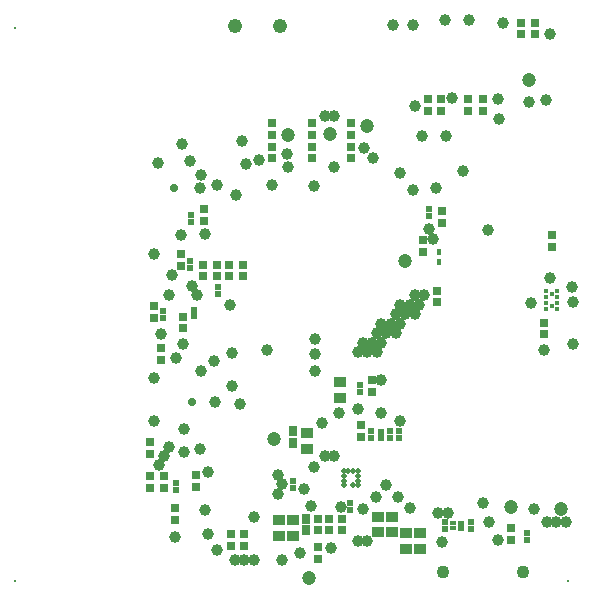
<source format=gbr>
%TF.GenerationSoftware,Altium Limited,Altium Designer,20.1.11 (218)*%
G04 Layer_Color=16711935*
%FSLAX45Y45*%
%MOMM*%
%TF.SameCoordinates,A720D921-2E1A-4B1E-B03F-C1F3B01285F1*%
%TF.FilePolarity,Negative*%
%TF.FileFunction,Soldermask,Bot*%
%TF.Part,Single*%
G01*
G75*
%TA.AperFunction,SMDPad,CuDef*%
%ADD91R,0.50320X0.47320*%
%ADD92R,1.00320X0.95320*%
%ADD93R,0.70320X0.80320*%
%ADD94C,1.20320*%
%ADD95R,0.60320X0.90320*%
%ADD96R,0.60320X0.45320*%
%TA.AperFunction,BGAPad,CuDef*%
%ADD97C,0.45320*%
%TA.AperFunction,SMDPad,CuDef*%
%ADD98R,0.75320X0.80320*%
%ADD99R,0.45320X0.56320*%
%ADD100R,0.70320X0.85320*%
%TA.AperFunction,ComponentPad*%
%ADD101C,1.10320*%
%TA.AperFunction,WasherPad*%
%ADD102C,0.10040*%
%ADD103C,0.20320*%
%TA.AperFunction,ComponentPad*%
%ADD104C,1.22320*%
%TA.AperFunction,ViaPad*%
%ADD105C,1.00320*%
%ADD106C,0.70320*%
%ADD107C,0.50320*%
%ADD108C,0.50400*%
D91*
X1669990Y2458490D02*
D03*
Y2401493D02*
D03*
X4489998Y568500D02*
D03*
Y511498D02*
D03*
X3170001Y1428502D02*
D03*
Y1371499D02*
D03*
X3410002Y1428501D02*
D03*
Y1371498D02*
D03*
X1520008Y931510D02*
D03*
Y988508D02*
D03*
X3800001Y601501D02*
D03*
Y658499D02*
D03*
X4019999Y658501D02*
D03*
Y601498D02*
D03*
X1880006Y2591507D02*
D03*
Y2648510D02*
D03*
X1640000Y2813003D02*
D03*
Y2870000D02*
D03*
X1409993Y2391495D02*
D03*
Y2448493D02*
D03*
X1650010Y3258510D02*
D03*
Y3201507D02*
D03*
X3660000Y3251501D02*
D03*
Y3308499D02*
D03*
X3329998Y1371503D02*
D03*
Y1428500D02*
D03*
X3259997Y1370003D02*
D03*
Y1427000D02*
D03*
X2509999Y1008501D02*
D03*
Y951498D02*
D03*
X2989999Y761498D02*
D03*
Y818501D02*
D03*
X3079999Y1761499D02*
D03*
Y1818502D02*
D03*
D92*
X3470001Y567502D02*
D03*
Y432501D02*
D03*
X3230001Y572501D02*
D03*
Y707502D02*
D03*
X2389998Y542498D02*
D03*
Y677499D02*
D03*
X3589998Y432502D02*
D03*
Y567503D02*
D03*
X3349999Y707499D02*
D03*
Y572498D02*
D03*
X2910001Y1712501D02*
D03*
Y1847502D02*
D03*
X2510002Y677500D02*
D03*
Y542499D02*
D03*
X2630000Y1417499D02*
D03*
Y1282498D02*
D03*
D93*
X1989998Y559999D02*
D03*
Y459999D02*
D03*
X4439999Y4789999D02*
D03*
Y4889999D02*
D03*
X4560002Y4789999D02*
D03*
Y4889999D02*
D03*
X4359998Y509999D02*
D03*
Y609999D02*
D03*
X4639999Y2349999D02*
D03*
Y2249999D02*
D03*
X1692502Y1059998D02*
D03*
Y959998D02*
D03*
X1560002Y2830000D02*
D03*
Y2929999D02*
D03*
X1390002Y2129999D02*
D03*
Y2029999D02*
D03*
X1749999Y2840000D02*
D03*
Y2740000D02*
D03*
X1869999Y2839998D02*
D03*
Y2739998D02*
D03*
X1329999Y2390001D02*
D03*
Y2490001D02*
D03*
X1760001Y3309999D02*
D03*
Y3209999D02*
D03*
X1970000Y2740000D02*
D03*
Y2840000D02*
D03*
X1300000Y1240000D02*
D03*
Y1340000D02*
D03*
X1419998Y1050002D02*
D03*
Y950002D02*
D03*
X1300000Y1049998D02*
D03*
Y949998D02*
D03*
X3729998Y2620000D02*
D03*
Y2520001D02*
D03*
X3610004Y3049999D02*
D03*
Y2949999D02*
D03*
X3770002Y3190002D02*
D03*
Y3290002D02*
D03*
X3650000Y4140000D02*
D03*
Y4240000D02*
D03*
X3759999Y4139999D02*
D03*
Y4239999D02*
D03*
X3989996Y4140000D02*
D03*
Y4240000D02*
D03*
X4120002Y4139999D02*
D03*
Y4239999D02*
D03*
D94*
X3460000Y2870000D02*
D03*
X4509998Y4399999D02*
D03*
X2824998Y3944999D02*
D03*
X2470001Y3939998D02*
D03*
X3139998Y4010001D02*
D03*
X2650000Y190000D02*
D03*
X2350000Y1360000D02*
D03*
X4360000Y790000D02*
D03*
X4780000Y769998D02*
D03*
D95*
X3934999Y630000D02*
D03*
D96*
X3865002Y607501D02*
D03*
Y652499D02*
D03*
D97*
X4743500Y2464996D02*
D03*
Y2514999D02*
D03*
Y2564996D02*
D03*
Y2614999D02*
D03*
X4700000Y2490000D02*
D03*
Y2590000D02*
D03*
X4656500Y2464996D02*
D03*
Y2514999D02*
D03*
Y2564996D02*
D03*
Y2614999D02*
D03*
D98*
X4700000Y2990002D02*
D03*
Y3090002D02*
D03*
X2090000Y2840000D02*
D03*
Y2740000D02*
D03*
X2329999Y3839999D02*
D03*
Y3740000D02*
D03*
X2669999Y3740001D02*
D03*
Y3840001D02*
D03*
X3000002D02*
D03*
Y3740001D02*
D03*
X1579997Y2300001D02*
D03*
Y2400001D02*
D03*
X2100001Y559999D02*
D03*
Y459999D02*
D03*
X1510002Y779999D02*
D03*
Y679999D02*
D03*
X2999998Y4039999D02*
D03*
Y3939999D02*
D03*
X2669999Y4040000D02*
D03*
Y3940001D02*
D03*
X2329999Y4040000D02*
D03*
Y3940001D02*
D03*
X2720002Y690000D02*
D03*
Y590000D02*
D03*
X2820002Y589999D02*
D03*
Y689999D02*
D03*
X3089999Y1480001D02*
D03*
Y1380001D02*
D03*
X2929998Y589999D02*
D03*
Y689999D02*
D03*
X2720000Y350001D02*
D03*
Y450001D02*
D03*
X3180001Y1759999D02*
D03*
Y1859999D02*
D03*
D99*
X3750000Y2865997D02*
D03*
Y2950000D02*
D03*
D100*
X2510002Y1427499D02*
D03*
Y1332498D02*
D03*
X2619998Y687499D02*
D03*
Y592498D02*
D03*
D101*
X4459999Y240002D02*
D03*
X3780000D02*
D03*
D102*
X4840000Y4840000D02*
D03*
D103*
X160000Y160000D02*
D03*
Y4840000D02*
D03*
X4840000Y160000D02*
D03*
D104*
X2020000Y4860000D02*
D03*
X2401000D02*
D03*
D105*
X4249999Y4239999D02*
D03*
X4257934Y4075866D02*
D03*
X3860000Y4250000D02*
D03*
X4510000Y4220000D02*
D03*
X4650000Y4230000D02*
D03*
X4158000Y3129377D02*
D03*
X4820009Y660004D02*
D03*
X4660008D02*
D03*
X3700007Y3060007D02*
D03*
X3740007Y740004D02*
D03*
X3660007Y3140007D02*
D03*
X3540007Y4180008D02*
D03*
Y2580006D02*
D03*
X3500007Y2500006D02*
D03*
X3460007Y2420006D02*
D03*
X3420007Y2500006D02*
D03*
X3380007Y2420006D02*
D03*
X3420007Y2340006D02*
D03*
X3260007D02*
D03*
Y2180006D02*
D03*
X3220007Y2100005D02*
D03*
X3180007Y2180006D02*
D03*
X3140007Y2100005D02*
D03*
X3060007D02*
D03*
Y1620005D02*
D03*
Y500004D02*
D03*
X2860006Y4100008D02*
D03*
X2780006Y1220004D02*
D03*
X2420006Y980004D02*
D03*
X2380006Y1060004D02*
D03*
X1460005Y2580006D02*
D03*
X1380005Y1140004D02*
D03*
X4740009Y660004D02*
D03*
X3820007Y740004D02*
D03*
X3620007Y2580006D02*
D03*
X3580007Y2500006D02*
D03*
X3540007Y2420006D02*
D03*
X3380007Y2260006D02*
D03*
X3340007Y2340006D02*
D03*
X3300007Y2260006D02*
D03*
X3220007D02*
D03*
X3140007Y500004D02*
D03*
X3100006Y2180006D02*
D03*
X2860006Y1220004D02*
D03*
X2780006Y4100008D02*
D03*
X2420006Y340003D02*
D03*
X2380006Y900004D02*
D03*
X2180006Y340003D02*
D03*
X2100005D02*
D03*
X2020005D02*
D03*
X1980005Y2500006D02*
D03*
X1700005Y2580006D02*
D03*
X1660005Y2660006D02*
D03*
X1460005Y1300005D02*
D03*
X1420005Y1220004D02*
D03*
X1580076Y2170000D02*
D03*
X1330000Y1884139D02*
D03*
Y2930000D02*
D03*
X1390000Y2250000D02*
D03*
X1490000Y2750000D02*
D03*
X4689600Y4794600D02*
D03*
X3259999Y1859999D02*
D03*
X3420000Y1520000D02*
D03*
X3260000Y1580000D02*
D03*
X2830000Y440000D02*
D03*
X1840400Y2020000D02*
D03*
X1730400Y1940000D02*
D03*
X1991665Y2090000D02*
D03*
X2060000Y1660000D02*
D03*
X2290000Y2120000D02*
D03*
X1520000Y2050000D02*
D03*
X3500000Y780000D02*
D03*
X4120000Y820000D02*
D03*
X3770000Y490000D02*
D03*
X3810000Y3929600D02*
D03*
X3110000Y3830000D02*
D03*
X4880000Y2520000D02*
D03*
X3403692Y873692D02*
D03*
X4168501Y658501D02*
D03*
X4550000Y770000D02*
D03*
X4250000Y510000D02*
D03*
X2180000Y700000D02*
D03*
X1770000Y761909D02*
D03*
X1791091Y1081863D02*
D03*
X1570000Y3860000D02*
D03*
X3100000Y770000D02*
D03*
D03*
X2690000Y1130000D02*
D03*
X1790000Y560000D02*
D03*
X2860000Y3670000D02*
D03*
X3720000Y3490000D02*
D03*
X3530000Y3470000D02*
D03*
X2690220Y3509780D02*
D03*
X2075000Y3885000D02*
D03*
X4530000Y2514969D02*
D03*
X4290000Y4890000D02*
D03*
X3190000Y3740400D02*
D03*
X3950000Y3629600D02*
D03*
X3420000Y3620000D02*
D03*
X2460000Y3780000D02*
D03*
X2464600Y3665000D02*
D03*
X4880000Y2170000D02*
D03*
X4869600Y2649998D02*
D03*
X2760000Y1500000D02*
D03*
X2600000Y939998D02*
D03*
X2660000Y800000D02*
D03*
X2920000Y790000D02*
D03*
X1850000Y1680000D02*
D03*
X1990400Y1810000D02*
D03*
X1870000Y3510000D02*
D03*
X1640000Y3719200D02*
D03*
X3600001Y3929998D02*
D03*
X3360000Y4870000D02*
D03*
X4000000Y4910000D02*
D03*
X3800439Y4909600D02*
D03*
X4689937Y2730000D02*
D03*
X4640000Y2120000D02*
D03*
X2570000Y400000D02*
D03*
X3210400Y870000D02*
D03*
X3300000Y970000D02*
D03*
X1720410Y3490000D02*
D03*
X1330000Y1520000D02*
D03*
X2900000Y1580000D02*
D03*
X2700000Y2080000D02*
D03*
Y1940000D02*
D03*
Y2210000D02*
D03*
X3524268Y4869600D02*
D03*
X1720000Y1280000D02*
D03*
X1559600Y3089600D02*
D03*
X1770000Y3100000D02*
D03*
X2219996Y3729993D02*
D03*
X2110001Y3690000D02*
D03*
X2030000Y3430000D02*
D03*
X1730000Y3600000D02*
D03*
X2330000Y3515000D02*
D03*
X1589606Y1450000D02*
D03*
X1870000Y420000D02*
D03*
X1510000Y530000D02*
D03*
X1590000Y1250000D02*
D03*
X1370000Y3700000D02*
D03*
D106*
X1660006Y1679993D02*
D03*
X1500000Y3490000D02*
D03*
D107*
X3060000Y970000D02*
D03*
Y1050000D02*
D03*
Y1010000D02*
D03*
X3060002Y1090002D02*
D03*
X3020000Y1090000D02*
D03*
X2940003Y1090002D02*
D03*
X2980000Y1090000D02*
D03*
X2940003Y1010002D02*
D03*
X2940000Y1050000D02*
D03*
X3020000Y970000D02*
D03*
D108*
X2940000D02*
D03*
%TF.MD5,6921f75fc4dabb2dd9919041de612cc4*%
M02*

</source>
